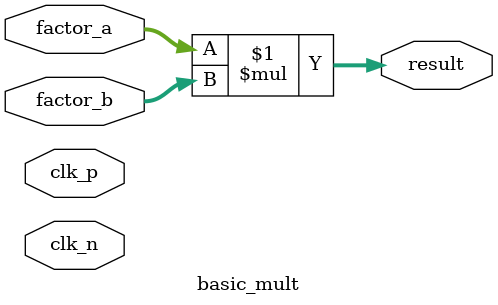
<source format=v>
`default_nettype none   //do not allow undeclared wires


(* USE_DSP = "true" *)
module basic_mult (
    input  wire clk_p,
    input  wire clk_n,
    input  wire [7:0] factor_a,
    input  wire [7:0] factor_b,
`ifdef SYNC
    output reg [17:0] result
`else
    output wire [17:0] result
`endif
    );

    wire clk_ibufg;
    wire clk;

    IBUFDS ibuf_inst (.I(clk_p), .IB(clk_n), .O(clk_ibufg));
    BUFG   bufg_inst (.I(clk_ibufg), .O(clk));

`ifdef SYNC
    (* LOC = "DSP48_X9Y205" *)
    always @(posedge clk) result <= factor_a * factor_b;
`else
    `ifndef YOSYS (* LOC = "DSP48_X9Y205" *) `endif
    assign result = factor_a * factor_b;
`endif

endmodule

</source>
